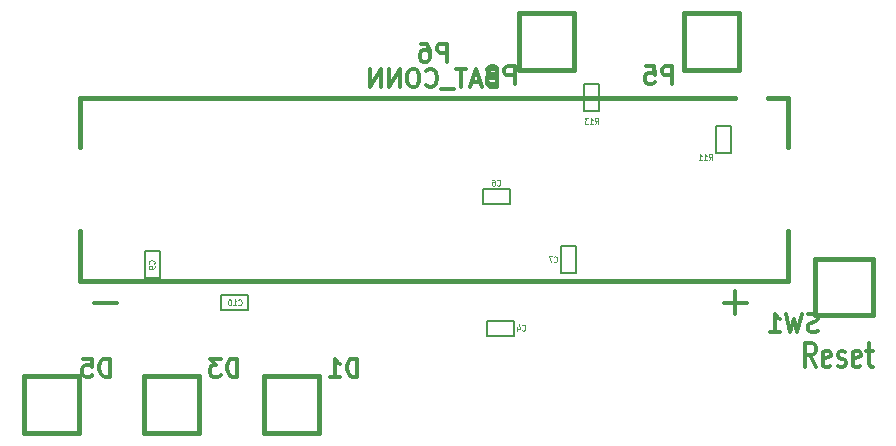
<source format=gbo>
G04 (created by PCBNEW-RS274X (2012-01-19 BZR 3256)-stable) date 5/26/2013 3:34:06 PM*
G01*
G70*
G90*
%MOIN*%
G04 Gerber Fmt 3.4, Leading zero omitted, Abs format*
%FSLAX34Y34*%
G04 APERTURE LIST*
%ADD10C,0.006000*%
%ADD11C,0.012000*%
%ADD12C,0.005000*%
%ADD13C,0.015000*%
%ADD14C,0.004500*%
G04 APERTURE END LIST*
G54D10*
G54D11*
X38478Y-22164D02*
X38278Y-21783D01*
X38135Y-22164D02*
X38135Y-21364D01*
X38363Y-21364D01*
X38421Y-21402D01*
X38449Y-21440D01*
X38478Y-21516D01*
X38478Y-21630D01*
X38449Y-21707D01*
X38421Y-21745D01*
X38363Y-21783D01*
X38135Y-21783D01*
X38963Y-22126D02*
X38906Y-22164D01*
X38792Y-22164D01*
X38735Y-22126D01*
X38706Y-22050D01*
X38706Y-21745D01*
X38735Y-21669D01*
X38792Y-21630D01*
X38906Y-21630D01*
X38963Y-21669D01*
X38992Y-21745D01*
X38992Y-21821D01*
X38706Y-21897D01*
X39220Y-22126D02*
X39277Y-22164D01*
X39392Y-22164D01*
X39449Y-22126D01*
X39477Y-22050D01*
X39477Y-22011D01*
X39449Y-21935D01*
X39392Y-21897D01*
X39306Y-21897D01*
X39249Y-21859D01*
X39220Y-21783D01*
X39220Y-21745D01*
X39249Y-21669D01*
X39306Y-21630D01*
X39392Y-21630D01*
X39449Y-21669D01*
X39963Y-22126D02*
X39906Y-22164D01*
X39792Y-22164D01*
X39735Y-22126D01*
X39706Y-22050D01*
X39706Y-21745D01*
X39735Y-21669D01*
X39792Y-21630D01*
X39906Y-21630D01*
X39963Y-21669D01*
X39992Y-21745D01*
X39992Y-21821D01*
X39706Y-21897D01*
X40163Y-21630D02*
X40392Y-21630D01*
X40249Y-21364D02*
X40249Y-22050D01*
X40277Y-22126D01*
X40335Y-22164D01*
X40392Y-22164D01*
X14419Y-20024D02*
X15181Y-20024D01*
X35419Y-20024D02*
X36181Y-20024D01*
X35800Y-20405D02*
X35800Y-19643D01*
G54D12*
X28410Y-20630D02*
X27510Y-20630D01*
X27510Y-20630D02*
X27510Y-21130D01*
X27510Y-21130D02*
X28410Y-21130D01*
X28410Y-21130D02*
X28410Y-20630D01*
X27378Y-16734D02*
X28278Y-16734D01*
X28278Y-16734D02*
X28278Y-16234D01*
X28278Y-16234D02*
X27378Y-16234D01*
X27378Y-16234D02*
X27378Y-16734D01*
X30474Y-19054D02*
X30474Y-18154D01*
X30474Y-18154D02*
X29974Y-18154D01*
X29974Y-18154D02*
X29974Y-19054D01*
X29974Y-19054D02*
X30474Y-19054D01*
X35150Y-14150D02*
X35150Y-15050D01*
X35150Y-15050D02*
X35650Y-15050D01*
X35650Y-15050D02*
X35650Y-14150D01*
X35650Y-14150D02*
X35150Y-14150D01*
X31250Y-13650D02*
X31250Y-12750D01*
X31250Y-12750D02*
X30750Y-12750D01*
X30750Y-12750D02*
X30750Y-13650D01*
X30750Y-13650D02*
X31250Y-13650D01*
G54D13*
X13925Y-24378D02*
X13925Y-22469D01*
X13925Y-22469D02*
X12075Y-22469D01*
X12075Y-22469D02*
X12075Y-24378D01*
X13925Y-24378D02*
X12075Y-24378D01*
X17925Y-24378D02*
X17925Y-22469D01*
X17925Y-22469D02*
X16075Y-22469D01*
X16075Y-22469D02*
X16075Y-24378D01*
X17925Y-24378D02*
X16075Y-24378D01*
X21925Y-24378D02*
X21925Y-22469D01*
X21925Y-22469D02*
X20075Y-22469D01*
X20075Y-22469D02*
X20075Y-24378D01*
X21925Y-24378D02*
X20075Y-24378D01*
X28575Y-10372D02*
X28575Y-12281D01*
X28575Y-12281D02*
X30425Y-12281D01*
X30425Y-12281D02*
X30425Y-10372D01*
X28575Y-10372D02*
X30425Y-10372D01*
X34075Y-10372D02*
X34075Y-12281D01*
X34075Y-12281D02*
X35925Y-12281D01*
X35925Y-12281D02*
X35925Y-10372D01*
X34075Y-10372D02*
X35925Y-10372D01*
X40378Y-18575D02*
X38469Y-18575D01*
X38469Y-18575D02*
X38469Y-20425D01*
X38469Y-20425D02*
X40378Y-20425D01*
X40378Y-18575D02*
X40378Y-20425D01*
X13950Y-17650D02*
X13950Y-19300D01*
X35800Y-13200D02*
X14000Y-13200D01*
X14000Y-13200D02*
X13950Y-13200D01*
X13950Y-13200D02*
X13950Y-14850D01*
X37550Y-14850D02*
X37550Y-13200D01*
X37550Y-13200D02*
X36900Y-13200D01*
X37550Y-19300D02*
X37550Y-17650D01*
X25750Y-19300D02*
X13950Y-19300D01*
X25750Y-19300D02*
X37550Y-19300D01*
G54D12*
X16110Y-18310D02*
X16110Y-19210D01*
X16110Y-19210D02*
X16610Y-19210D01*
X16610Y-19210D02*
X16610Y-18310D01*
X16610Y-18310D02*
X16110Y-18310D01*
X18670Y-20290D02*
X19570Y-20290D01*
X19570Y-20290D02*
X19570Y-19790D01*
X19570Y-19790D02*
X18670Y-19790D01*
X18670Y-19790D02*
X18670Y-20290D01*
G54D14*
X28689Y-20942D02*
X28698Y-20951D01*
X28724Y-20961D01*
X28741Y-20961D01*
X28766Y-20951D01*
X28784Y-20932D01*
X28792Y-20913D01*
X28801Y-20875D01*
X28801Y-20847D01*
X28792Y-20809D01*
X28784Y-20790D01*
X28766Y-20770D01*
X28741Y-20761D01*
X28724Y-20761D01*
X28698Y-20770D01*
X28689Y-20780D01*
X28535Y-20828D02*
X28535Y-20961D01*
X28578Y-20751D02*
X28621Y-20894D01*
X28509Y-20894D01*
X27857Y-16106D02*
X27866Y-16115D01*
X27892Y-16125D01*
X27909Y-16125D01*
X27934Y-16115D01*
X27952Y-16096D01*
X27960Y-16077D01*
X27969Y-16039D01*
X27969Y-16011D01*
X27960Y-15973D01*
X27952Y-15954D01*
X27934Y-15934D01*
X27909Y-15925D01*
X27892Y-15925D01*
X27866Y-15934D01*
X27857Y-15944D01*
X27703Y-15925D02*
X27737Y-15925D01*
X27754Y-15934D01*
X27763Y-15944D01*
X27780Y-15973D01*
X27789Y-16011D01*
X27789Y-16087D01*
X27780Y-16106D01*
X27772Y-16115D01*
X27754Y-16125D01*
X27720Y-16125D01*
X27703Y-16115D01*
X27694Y-16106D01*
X27686Y-16087D01*
X27686Y-16039D01*
X27694Y-16020D01*
X27703Y-16011D01*
X27720Y-16001D01*
X27754Y-16001D01*
X27772Y-16011D01*
X27780Y-16020D01*
X27789Y-16039D01*
X29753Y-18666D02*
X29762Y-18675D01*
X29788Y-18685D01*
X29805Y-18685D01*
X29830Y-18675D01*
X29848Y-18656D01*
X29856Y-18637D01*
X29865Y-18599D01*
X29865Y-18571D01*
X29856Y-18533D01*
X29848Y-18514D01*
X29830Y-18494D01*
X29805Y-18485D01*
X29788Y-18485D01*
X29762Y-18494D01*
X29753Y-18504D01*
X29693Y-18485D02*
X29573Y-18485D01*
X29650Y-18685D01*
X34915Y-15281D02*
X34975Y-15186D01*
X35018Y-15281D02*
X35018Y-15081D01*
X34950Y-15081D01*
X34932Y-15090D01*
X34924Y-15100D01*
X34915Y-15119D01*
X34915Y-15148D01*
X34924Y-15167D01*
X34932Y-15176D01*
X34950Y-15186D01*
X35018Y-15186D01*
X34744Y-15281D02*
X34847Y-15281D01*
X34795Y-15281D02*
X34795Y-15081D01*
X34812Y-15110D01*
X34830Y-15129D01*
X34847Y-15138D01*
X34573Y-15281D02*
X34676Y-15281D01*
X34624Y-15281D02*
X34624Y-15081D01*
X34641Y-15110D01*
X34659Y-15129D01*
X34676Y-15138D01*
X31115Y-14081D02*
X31175Y-13986D01*
X31218Y-14081D02*
X31218Y-13881D01*
X31150Y-13881D01*
X31132Y-13890D01*
X31124Y-13900D01*
X31115Y-13919D01*
X31115Y-13948D01*
X31124Y-13967D01*
X31132Y-13976D01*
X31150Y-13986D01*
X31218Y-13986D01*
X30944Y-14081D02*
X31047Y-14081D01*
X30995Y-14081D02*
X30995Y-13881D01*
X31012Y-13910D01*
X31030Y-13929D01*
X31047Y-13938D01*
X30884Y-13881D02*
X30773Y-13881D01*
X30833Y-13957D01*
X30807Y-13957D01*
X30790Y-13967D01*
X30781Y-13976D01*
X30773Y-13995D01*
X30773Y-14043D01*
X30781Y-14062D01*
X30790Y-14071D01*
X30807Y-14081D01*
X30859Y-14081D01*
X30876Y-14071D01*
X30884Y-14062D01*
G54D11*
X14942Y-22493D02*
X14942Y-21893D01*
X14799Y-21893D01*
X14714Y-21921D01*
X14656Y-21979D01*
X14628Y-22036D01*
X14599Y-22150D01*
X14599Y-22236D01*
X14628Y-22350D01*
X14656Y-22407D01*
X14714Y-22464D01*
X14799Y-22493D01*
X14942Y-22493D01*
X14056Y-21893D02*
X14342Y-21893D01*
X14371Y-22179D01*
X14342Y-22150D01*
X14285Y-22121D01*
X14142Y-22121D01*
X14085Y-22150D01*
X14056Y-22179D01*
X14028Y-22236D01*
X14028Y-22379D01*
X14056Y-22436D01*
X14085Y-22464D01*
X14142Y-22493D01*
X14285Y-22493D01*
X14342Y-22464D01*
X14371Y-22436D01*
X19192Y-22493D02*
X19192Y-21893D01*
X19049Y-21893D01*
X18964Y-21921D01*
X18906Y-21979D01*
X18878Y-22036D01*
X18849Y-22150D01*
X18849Y-22236D01*
X18878Y-22350D01*
X18906Y-22407D01*
X18964Y-22464D01*
X19049Y-22493D01*
X19192Y-22493D01*
X18649Y-21893D02*
X18278Y-21893D01*
X18478Y-22121D01*
X18392Y-22121D01*
X18335Y-22150D01*
X18306Y-22179D01*
X18278Y-22236D01*
X18278Y-22379D01*
X18306Y-22436D01*
X18335Y-22464D01*
X18392Y-22493D01*
X18564Y-22493D01*
X18621Y-22464D01*
X18649Y-22436D01*
X23192Y-22493D02*
X23192Y-21893D01*
X23049Y-21893D01*
X22964Y-21921D01*
X22906Y-21979D01*
X22878Y-22036D01*
X22849Y-22150D01*
X22849Y-22236D01*
X22878Y-22350D01*
X22906Y-22407D01*
X22964Y-22464D01*
X23049Y-22493D01*
X23192Y-22493D01*
X22278Y-22493D02*
X22621Y-22493D01*
X22449Y-22493D02*
X22449Y-21893D01*
X22506Y-21979D01*
X22564Y-22036D01*
X22621Y-22064D01*
X28442Y-12743D02*
X28442Y-12143D01*
X28214Y-12143D01*
X28156Y-12171D01*
X28128Y-12200D01*
X28099Y-12257D01*
X28099Y-12343D01*
X28128Y-12400D01*
X28156Y-12429D01*
X28214Y-12457D01*
X28442Y-12457D01*
X27756Y-12400D02*
X27814Y-12371D01*
X27842Y-12343D01*
X27871Y-12286D01*
X27871Y-12257D01*
X27842Y-12200D01*
X27814Y-12171D01*
X27756Y-12143D01*
X27642Y-12143D01*
X27585Y-12171D01*
X27556Y-12200D01*
X27528Y-12257D01*
X27528Y-12286D01*
X27556Y-12343D01*
X27585Y-12371D01*
X27642Y-12400D01*
X27756Y-12400D01*
X27814Y-12429D01*
X27842Y-12457D01*
X27871Y-12514D01*
X27871Y-12629D01*
X27842Y-12686D01*
X27814Y-12714D01*
X27756Y-12743D01*
X27642Y-12743D01*
X27585Y-12714D01*
X27556Y-12686D01*
X27528Y-12629D01*
X27528Y-12514D01*
X27556Y-12457D01*
X27585Y-12429D01*
X27642Y-12400D01*
X33692Y-12743D02*
X33692Y-12143D01*
X33464Y-12143D01*
X33406Y-12171D01*
X33378Y-12200D01*
X33349Y-12257D01*
X33349Y-12343D01*
X33378Y-12400D01*
X33406Y-12429D01*
X33464Y-12457D01*
X33692Y-12457D01*
X32806Y-12143D02*
X33092Y-12143D01*
X33121Y-12429D01*
X33092Y-12400D01*
X33035Y-12371D01*
X32892Y-12371D01*
X32835Y-12400D01*
X32806Y-12429D01*
X32778Y-12486D01*
X32778Y-12629D01*
X32806Y-12686D01*
X32835Y-12714D01*
X32892Y-12743D01*
X33035Y-12743D01*
X33092Y-12714D01*
X33121Y-12686D01*
X38550Y-20964D02*
X38464Y-20993D01*
X38321Y-20993D01*
X38264Y-20964D01*
X38235Y-20936D01*
X38207Y-20879D01*
X38207Y-20821D01*
X38235Y-20764D01*
X38264Y-20736D01*
X38321Y-20707D01*
X38435Y-20679D01*
X38493Y-20650D01*
X38521Y-20621D01*
X38550Y-20564D01*
X38550Y-20507D01*
X38521Y-20450D01*
X38493Y-20421D01*
X38435Y-20393D01*
X38293Y-20393D01*
X38207Y-20421D01*
X38007Y-20393D02*
X37864Y-20993D01*
X37750Y-20564D01*
X37636Y-20993D01*
X37493Y-20393D01*
X36950Y-20993D02*
X37293Y-20993D01*
X37121Y-20993D02*
X37121Y-20393D01*
X37178Y-20479D01*
X37236Y-20536D01*
X37293Y-20564D01*
X26192Y-11993D02*
X26192Y-11393D01*
X25964Y-11393D01*
X25906Y-11421D01*
X25878Y-11450D01*
X25849Y-11507D01*
X25849Y-11593D01*
X25878Y-11650D01*
X25906Y-11679D01*
X25964Y-11707D01*
X26192Y-11707D01*
X25335Y-11393D02*
X25449Y-11393D01*
X25506Y-11421D01*
X25535Y-11450D01*
X25592Y-11536D01*
X25621Y-11650D01*
X25621Y-11879D01*
X25592Y-11936D01*
X25564Y-11964D01*
X25506Y-11993D01*
X25392Y-11993D01*
X25335Y-11964D01*
X25306Y-11936D01*
X25278Y-11879D01*
X25278Y-11736D01*
X25306Y-11679D01*
X25335Y-11650D01*
X25392Y-11621D01*
X25506Y-11621D01*
X25564Y-11650D01*
X25592Y-11679D01*
X25621Y-11736D01*
X27664Y-12529D02*
X27578Y-12557D01*
X27550Y-12586D01*
X27521Y-12643D01*
X27521Y-12729D01*
X27550Y-12786D01*
X27578Y-12814D01*
X27636Y-12843D01*
X27864Y-12843D01*
X27864Y-12243D01*
X27664Y-12243D01*
X27607Y-12271D01*
X27578Y-12300D01*
X27550Y-12357D01*
X27550Y-12414D01*
X27578Y-12471D01*
X27607Y-12500D01*
X27664Y-12529D01*
X27864Y-12529D01*
X27293Y-12671D02*
X27007Y-12671D01*
X27350Y-12843D02*
X27150Y-12243D01*
X26950Y-12843D01*
X26836Y-12243D02*
X26493Y-12243D01*
X26664Y-12843D02*
X26664Y-12243D01*
X26436Y-12900D02*
X25979Y-12900D01*
X25493Y-12786D02*
X25522Y-12814D01*
X25608Y-12843D01*
X25665Y-12843D01*
X25750Y-12814D01*
X25808Y-12757D01*
X25836Y-12700D01*
X25865Y-12586D01*
X25865Y-12500D01*
X25836Y-12386D01*
X25808Y-12329D01*
X25750Y-12271D01*
X25665Y-12243D01*
X25608Y-12243D01*
X25522Y-12271D01*
X25493Y-12300D01*
X25122Y-12243D02*
X25008Y-12243D01*
X24950Y-12271D01*
X24893Y-12329D01*
X24865Y-12443D01*
X24865Y-12643D01*
X24893Y-12757D01*
X24950Y-12814D01*
X25008Y-12843D01*
X25122Y-12843D01*
X25179Y-12814D01*
X25236Y-12757D01*
X25265Y-12643D01*
X25265Y-12443D01*
X25236Y-12329D01*
X25179Y-12271D01*
X25122Y-12243D01*
X24607Y-12843D02*
X24607Y-12243D01*
X24264Y-12843D01*
X24264Y-12243D01*
X23978Y-12843D02*
X23978Y-12243D01*
X23635Y-12843D01*
X23635Y-12243D01*
G54D14*
X16422Y-18731D02*
X16431Y-18722D01*
X16441Y-18696D01*
X16441Y-18679D01*
X16431Y-18654D01*
X16412Y-18636D01*
X16393Y-18628D01*
X16355Y-18619D01*
X16327Y-18619D01*
X16289Y-18628D01*
X16270Y-18636D01*
X16250Y-18654D01*
X16241Y-18679D01*
X16241Y-18696D01*
X16250Y-18722D01*
X16260Y-18731D01*
X16441Y-18816D02*
X16441Y-18851D01*
X16431Y-18868D01*
X16422Y-18876D01*
X16393Y-18894D01*
X16355Y-18902D01*
X16279Y-18902D01*
X16260Y-18894D01*
X16250Y-18885D01*
X16241Y-18868D01*
X16241Y-18834D01*
X16250Y-18816D01*
X16260Y-18808D01*
X16279Y-18799D01*
X16327Y-18799D01*
X16346Y-18808D01*
X16355Y-18816D01*
X16365Y-18834D01*
X16365Y-18868D01*
X16355Y-18885D01*
X16346Y-18894D01*
X16327Y-18902D01*
X19235Y-20102D02*
X19244Y-20111D01*
X19270Y-20121D01*
X19287Y-20121D01*
X19312Y-20111D01*
X19330Y-20092D01*
X19338Y-20073D01*
X19347Y-20035D01*
X19347Y-20007D01*
X19338Y-19969D01*
X19330Y-19950D01*
X19312Y-19930D01*
X19287Y-19921D01*
X19270Y-19921D01*
X19244Y-19930D01*
X19235Y-19940D01*
X19064Y-20121D02*
X19167Y-20121D01*
X19115Y-20121D02*
X19115Y-19921D01*
X19132Y-19950D01*
X19150Y-19969D01*
X19167Y-19978D01*
X18953Y-19921D02*
X18936Y-19921D01*
X18919Y-19930D01*
X18910Y-19940D01*
X18901Y-19959D01*
X18893Y-19997D01*
X18893Y-20045D01*
X18901Y-20083D01*
X18910Y-20102D01*
X18919Y-20111D01*
X18936Y-20121D01*
X18953Y-20121D01*
X18970Y-20111D01*
X18979Y-20102D01*
X18987Y-20083D01*
X18996Y-20045D01*
X18996Y-19997D01*
X18987Y-19959D01*
X18979Y-19940D01*
X18970Y-19930D01*
X18953Y-19921D01*
M02*

</source>
